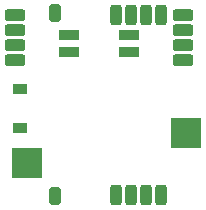
<source format=gbr>
%TF.GenerationSoftware,KiCad,Pcbnew,(6.0.11)*%
%TF.CreationDate,2023-07-28T18:25:04-04:00*%
%TF.ProjectId,amoeba-king,616d6f65-6261-42d6-9b69-6e672e6b6963,rev?*%
%TF.SameCoordinates,Original*%
%TF.FileFunction,Paste,Bot*%
%TF.FilePolarity,Positive*%
%FSLAX46Y46*%
G04 Gerber Fmt 4.6, Leading zero omitted, Abs format (unit mm)*
G04 Created by KiCad (PCBNEW (6.0.11)) date 2023-07-28 18:25:04*
%MOMM*%
%LPD*%
G01*
G04 APERTURE LIST*
G04 Aperture macros list*
%AMRoundRect*
0 Rectangle with rounded corners*
0 $1 Rounding radius*
0 $2 $3 $4 $5 $6 $7 $8 $9 X,Y pos of 4 corners*
0 Add a 4 corners polygon primitive as box body*
4,1,4,$2,$3,$4,$5,$6,$7,$8,$9,$2,$3,0*
0 Add four circle primitives for the rounded corners*
1,1,$1+$1,$2,$3*
1,1,$1+$1,$4,$5*
1,1,$1+$1,$6,$7*
1,1,$1+$1,$8,$9*
0 Add four rect primitives between the rounded corners*
20,1,$1+$1,$2,$3,$4,$5,0*
20,1,$1+$1,$4,$5,$6,$7,0*
20,1,$1+$1,$6,$7,$8,$9,0*
20,1,$1+$1,$8,$9,$2,$3,0*%
G04 Aperture macros list end*
%ADD10R,2.550000X2.500000*%
%ADD11RoundRect,0.250000X-0.250000X0.625000X-0.250000X-0.625000X0.250000X-0.625000X0.250000X0.625000X0*%
%ADD12RoundRect,0.250000X-0.625000X-0.250000X0.625000X-0.250000X0.625000X0.250000X-0.625000X0.250000X0*%
%ADD13RoundRect,0.250000X0.250000X-0.500000X0.250000X0.500000X-0.250000X0.500000X-0.250000X-0.500000X0*%
%ADD14RoundRect,0.250000X-0.250000X0.500000X-0.250000X-0.500000X0.250000X-0.500000X0.250000X0.500000X0*%
%ADD15R,1.200000X0.900000*%
%ADD16R,1.800000X0.820000*%
G04 APERTURE END LIST*
D10*
%TO.C,S1*%
X82798000Y-171196000D03*
X69348000Y-173736000D03*
%TD*%
D11*
%TO.C,J2*%
X76835000Y-161157000D03*
X78105000Y-161157000D03*
X79375000Y-161157000D03*
X80645000Y-161157000D03*
%TD*%
D12*
%TO.C,J3*%
X68320000Y-164973000D03*
X68320000Y-163703000D03*
X68320000Y-162433000D03*
X68320000Y-161163000D03*
%TD*%
D13*
%TO.C,J5*%
X71678800Y-176508600D03*
%TD*%
D14*
%TO.C,J6*%
X71678800Y-161032000D03*
%TD*%
D12*
%TO.C,J1*%
X82530600Y-164973000D03*
X82530600Y-163703000D03*
X82530600Y-162433000D03*
X82530600Y-161163000D03*
%TD*%
D15*
%TO.C,D1*%
X68719700Y-167411400D03*
X68719700Y-170711400D03*
%TD*%
D11*
%TO.C,J4*%
X76835000Y-176383600D03*
X78105000Y-176383600D03*
X79375000Y-176383600D03*
X80645000Y-176383600D03*
%TD*%
D16*
%TO.C,LED1*%
X72888000Y-162826000D03*
X72888000Y-164326000D03*
X77988000Y-164326000D03*
X77988000Y-162826000D03*
%TD*%
M02*

</source>
